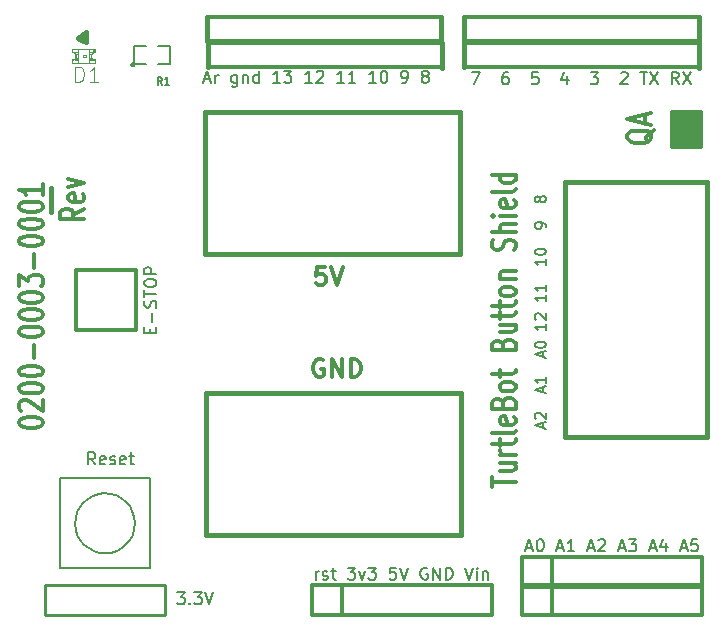
<source format=gto>
G04 (created by PCBNEW-RS274X (2011-nov-30)-testing) date Wed 06 Jun 2012 08:38:00 PM EDT*
%MOIN*%
G04 Gerber Fmt 3.4, Leading zero omitted, Abs format*
%FSLAX34Y34*%
G01*
G70*
G90*
G04 APERTURE LIST*
%ADD10C,0.006*%
%ADD11C,0.012*%
%ADD12C,0.015*%
%ADD13C,0.0026*%
%ADD14C,0.004*%
%ADD15C,0.002*%
%ADD16C,0.005*%
%ADD17C,0.01*%
%ADD18C,0.0035*%
%ADD19C,0.008*%
%ADD20C,0.0079*%
G04 APERTURE END LIST*
G54D10*
G54D11*
X16888Y16161D02*
X16850Y16104D01*
X16774Y16047D01*
X16659Y15961D01*
X16621Y15904D01*
X16621Y15847D01*
X16812Y15875D02*
X16774Y15818D01*
X16698Y15761D01*
X16545Y15732D01*
X16278Y15732D01*
X16126Y15761D01*
X16050Y15818D01*
X16012Y15875D01*
X16012Y15989D01*
X16050Y16047D01*
X16126Y16104D01*
X16278Y16132D01*
X16545Y16132D01*
X16698Y16104D01*
X16774Y16047D01*
X16812Y15989D01*
X16812Y15875D01*
X16583Y16361D02*
X16583Y16647D01*
X16812Y16304D02*
X16012Y16504D01*
X16812Y16704D01*
X11484Y4239D02*
X11484Y4582D01*
X12284Y4411D02*
X11484Y4411D01*
X11750Y5039D02*
X12284Y5039D01*
X11750Y4782D02*
X12170Y4782D01*
X12246Y4810D01*
X12284Y4868D01*
X12284Y4953D01*
X12246Y5010D01*
X12208Y5039D01*
X12284Y5325D02*
X11750Y5325D01*
X11903Y5325D02*
X11827Y5353D01*
X11789Y5382D01*
X11750Y5439D01*
X11750Y5496D01*
X11750Y5610D02*
X11750Y5839D01*
X11484Y5696D02*
X12170Y5696D01*
X12246Y5724D01*
X12284Y5782D01*
X12284Y5839D01*
X12284Y6125D02*
X12246Y6067D01*
X12170Y6039D01*
X11484Y6039D01*
X12246Y6581D02*
X12284Y6524D01*
X12284Y6410D01*
X12246Y6353D01*
X12170Y6324D01*
X11865Y6324D01*
X11789Y6353D01*
X11750Y6410D01*
X11750Y6524D01*
X11789Y6581D01*
X11865Y6610D01*
X11941Y6610D01*
X12017Y6324D01*
X11865Y7067D02*
X11903Y7153D01*
X11941Y7181D01*
X12017Y7210D01*
X12131Y7210D01*
X12208Y7181D01*
X12246Y7153D01*
X12284Y7095D01*
X12284Y6867D01*
X11484Y6867D01*
X11484Y7067D01*
X11522Y7124D01*
X11560Y7153D01*
X11636Y7181D01*
X11712Y7181D01*
X11789Y7153D01*
X11827Y7124D01*
X11865Y7067D01*
X11865Y6867D01*
X12284Y7553D02*
X12246Y7495D01*
X12208Y7467D01*
X12131Y7438D01*
X11903Y7438D01*
X11827Y7467D01*
X11789Y7495D01*
X11750Y7553D01*
X11750Y7638D01*
X11789Y7695D01*
X11827Y7724D01*
X11903Y7753D01*
X12131Y7753D01*
X12208Y7724D01*
X12246Y7695D01*
X12284Y7638D01*
X12284Y7553D01*
X11750Y7924D02*
X11750Y8153D01*
X11484Y8010D02*
X12170Y8010D01*
X12246Y8038D01*
X12284Y8096D01*
X12284Y8153D01*
X11865Y9010D02*
X11903Y9096D01*
X11941Y9124D01*
X12017Y9153D01*
X12131Y9153D01*
X12208Y9124D01*
X12246Y9096D01*
X12284Y9038D01*
X12284Y8810D01*
X11484Y8810D01*
X11484Y9010D01*
X11522Y9067D01*
X11560Y9096D01*
X11636Y9124D01*
X11712Y9124D01*
X11789Y9096D01*
X11827Y9067D01*
X11865Y9010D01*
X11865Y8810D01*
X11750Y9667D02*
X12284Y9667D01*
X11750Y9410D02*
X12170Y9410D01*
X12246Y9438D01*
X12284Y9496D01*
X12284Y9581D01*
X12246Y9638D01*
X12208Y9667D01*
X11750Y9867D02*
X11750Y10096D01*
X11484Y9953D02*
X12170Y9953D01*
X12246Y9981D01*
X12284Y10039D01*
X12284Y10096D01*
X11750Y10210D02*
X11750Y10439D01*
X11484Y10296D02*
X12170Y10296D01*
X12246Y10324D01*
X12284Y10382D01*
X12284Y10439D01*
X12284Y10725D02*
X12246Y10667D01*
X12208Y10639D01*
X12131Y10610D01*
X11903Y10610D01*
X11827Y10639D01*
X11789Y10667D01*
X11750Y10725D01*
X11750Y10810D01*
X11789Y10867D01*
X11827Y10896D01*
X11903Y10925D01*
X12131Y10925D01*
X12208Y10896D01*
X12246Y10867D01*
X12284Y10810D01*
X12284Y10725D01*
X11750Y11182D02*
X12284Y11182D01*
X11827Y11182D02*
X11789Y11210D01*
X11750Y11268D01*
X11750Y11353D01*
X11789Y11410D01*
X11865Y11439D01*
X12284Y11439D01*
X12246Y12153D02*
X12284Y12239D01*
X12284Y12382D01*
X12246Y12439D01*
X12208Y12468D01*
X12131Y12496D01*
X12055Y12496D01*
X11979Y12468D01*
X11941Y12439D01*
X11903Y12382D01*
X11865Y12268D01*
X11827Y12210D01*
X11789Y12182D01*
X11712Y12153D01*
X11636Y12153D01*
X11560Y12182D01*
X11522Y12210D01*
X11484Y12268D01*
X11484Y12410D01*
X11522Y12496D01*
X12284Y12753D02*
X11484Y12753D01*
X12284Y13010D02*
X11865Y13010D01*
X11789Y12981D01*
X11750Y12924D01*
X11750Y12839D01*
X11789Y12781D01*
X11827Y12753D01*
X12284Y13296D02*
X11750Y13296D01*
X11484Y13296D02*
X11522Y13267D01*
X11560Y13296D01*
X11522Y13324D01*
X11484Y13296D01*
X11560Y13296D01*
X12246Y13810D02*
X12284Y13753D01*
X12284Y13639D01*
X12246Y13582D01*
X12170Y13553D01*
X11865Y13553D01*
X11789Y13582D01*
X11750Y13639D01*
X11750Y13753D01*
X11789Y13810D01*
X11865Y13839D01*
X11941Y13839D01*
X12017Y13553D01*
X12284Y14182D02*
X12246Y14124D01*
X12170Y14096D01*
X11484Y14096D01*
X12284Y14667D02*
X11484Y14667D01*
X12246Y14667D02*
X12284Y14610D01*
X12284Y14496D01*
X12246Y14438D01*
X12208Y14410D01*
X12131Y14381D01*
X11903Y14381D01*
X11827Y14410D01*
X11789Y14438D01*
X11750Y14496D01*
X11750Y14610D01*
X11789Y14667D01*
X-2085Y13528D02*
X-2466Y13328D01*
X-2085Y13185D02*
X-2885Y13185D01*
X-2885Y13413D01*
X-2847Y13471D01*
X-2809Y13499D01*
X-2733Y13528D01*
X-2619Y13528D01*
X-2542Y13499D01*
X-2504Y13471D01*
X-2466Y13413D01*
X-2466Y13185D01*
X-2123Y14013D02*
X-2085Y13956D01*
X-2085Y13842D01*
X-2123Y13785D01*
X-2199Y13756D01*
X-2504Y13756D01*
X-2580Y13785D01*
X-2619Y13842D01*
X-2619Y13956D01*
X-2580Y14013D01*
X-2504Y14042D01*
X-2428Y14042D01*
X-2352Y13756D01*
X-2619Y14242D02*
X-2085Y14385D01*
X-2619Y14527D01*
G54D12*
X-3197Y13433D02*
X-3197Y14220D01*
G54D11*
X-4264Y6371D02*
X-4264Y6428D01*
X-4226Y6485D01*
X-4188Y6514D01*
X-4112Y6543D01*
X-3959Y6571D01*
X-3769Y6571D01*
X-3617Y6543D01*
X-3540Y6514D01*
X-3502Y6485D01*
X-3464Y6428D01*
X-3464Y6371D01*
X-3502Y6314D01*
X-3540Y6285D01*
X-3617Y6257D01*
X-3769Y6228D01*
X-3959Y6228D01*
X-4112Y6257D01*
X-4188Y6285D01*
X-4226Y6314D01*
X-4264Y6371D01*
X-4188Y6799D02*
X-4226Y6828D01*
X-4264Y6885D01*
X-4264Y7028D01*
X-4226Y7085D01*
X-4188Y7114D01*
X-4112Y7142D01*
X-4036Y7142D01*
X-3921Y7114D01*
X-3464Y6771D01*
X-3464Y7142D01*
X-4264Y7513D02*
X-4264Y7570D01*
X-4226Y7627D01*
X-4188Y7656D01*
X-4112Y7685D01*
X-3959Y7713D01*
X-3769Y7713D01*
X-3617Y7685D01*
X-3540Y7656D01*
X-3502Y7627D01*
X-3464Y7570D01*
X-3464Y7513D01*
X-3502Y7456D01*
X-3540Y7427D01*
X-3617Y7399D01*
X-3769Y7370D01*
X-3959Y7370D01*
X-4112Y7399D01*
X-4188Y7427D01*
X-4226Y7456D01*
X-4264Y7513D01*
X-4264Y8084D02*
X-4264Y8141D01*
X-4226Y8198D01*
X-4188Y8227D01*
X-4112Y8256D01*
X-3959Y8284D01*
X-3769Y8284D01*
X-3617Y8256D01*
X-3540Y8227D01*
X-3502Y8198D01*
X-3464Y8141D01*
X-3464Y8084D01*
X-3502Y8027D01*
X-3540Y7998D01*
X-3617Y7970D01*
X-3769Y7941D01*
X-3959Y7941D01*
X-4112Y7970D01*
X-4188Y7998D01*
X-4226Y8027D01*
X-4264Y8084D01*
X-3769Y8541D02*
X-3769Y8998D01*
X-4264Y9398D02*
X-4264Y9455D01*
X-4226Y9512D01*
X-4188Y9541D01*
X-4112Y9570D01*
X-3959Y9598D01*
X-3769Y9598D01*
X-3617Y9570D01*
X-3540Y9541D01*
X-3502Y9512D01*
X-3464Y9455D01*
X-3464Y9398D01*
X-3502Y9341D01*
X-3540Y9312D01*
X-3617Y9284D01*
X-3769Y9255D01*
X-3959Y9255D01*
X-4112Y9284D01*
X-4188Y9312D01*
X-4226Y9341D01*
X-4264Y9398D01*
X-4264Y9969D02*
X-4264Y10026D01*
X-4226Y10083D01*
X-4188Y10112D01*
X-4112Y10141D01*
X-3959Y10169D01*
X-3769Y10169D01*
X-3617Y10141D01*
X-3540Y10112D01*
X-3502Y10083D01*
X-3464Y10026D01*
X-3464Y9969D01*
X-3502Y9912D01*
X-3540Y9883D01*
X-3617Y9855D01*
X-3769Y9826D01*
X-3959Y9826D01*
X-4112Y9855D01*
X-4188Y9883D01*
X-4226Y9912D01*
X-4264Y9969D01*
X-4264Y10540D02*
X-4264Y10597D01*
X-4226Y10654D01*
X-4188Y10683D01*
X-4112Y10712D01*
X-3959Y10740D01*
X-3769Y10740D01*
X-3617Y10712D01*
X-3540Y10683D01*
X-3502Y10654D01*
X-3464Y10597D01*
X-3464Y10540D01*
X-3502Y10483D01*
X-3540Y10454D01*
X-3617Y10426D01*
X-3769Y10397D01*
X-3959Y10397D01*
X-4112Y10426D01*
X-4188Y10454D01*
X-4226Y10483D01*
X-4264Y10540D01*
X-4264Y10940D02*
X-4264Y11311D01*
X-3959Y11111D01*
X-3959Y11197D01*
X-3921Y11254D01*
X-3883Y11283D01*
X-3807Y11311D01*
X-3617Y11311D01*
X-3540Y11283D01*
X-3502Y11254D01*
X-3464Y11197D01*
X-3464Y11025D01*
X-3502Y10968D01*
X-3540Y10940D01*
X-3769Y11568D02*
X-3769Y12025D01*
X-4264Y12425D02*
X-4264Y12482D01*
X-4226Y12539D01*
X-4188Y12568D01*
X-4112Y12597D01*
X-3959Y12625D01*
X-3769Y12625D01*
X-3617Y12597D01*
X-3540Y12568D01*
X-3502Y12539D01*
X-3464Y12482D01*
X-3464Y12425D01*
X-3502Y12368D01*
X-3540Y12339D01*
X-3617Y12311D01*
X-3769Y12282D01*
X-3959Y12282D01*
X-4112Y12311D01*
X-4188Y12339D01*
X-4226Y12368D01*
X-4264Y12425D01*
X-4264Y12996D02*
X-4264Y13053D01*
X-4226Y13110D01*
X-4188Y13139D01*
X-4112Y13168D01*
X-3959Y13196D01*
X-3769Y13196D01*
X-3617Y13168D01*
X-3540Y13139D01*
X-3502Y13110D01*
X-3464Y13053D01*
X-3464Y12996D01*
X-3502Y12939D01*
X-3540Y12910D01*
X-3617Y12882D01*
X-3769Y12853D01*
X-3959Y12853D01*
X-4112Y12882D01*
X-4188Y12910D01*
X-4226Y12939D01*
X-4264Y12996D01*
X-4264Y13567D02*
X-4264Y13624D01*
X-4226Y13681D01*
X-4188Y13710D01*
X-4112Y13739D01*
X-3959Y13767D01*
X-3769Y13767D01*
X-3617Y13739D01*
X-3540Y13710D01*
X-3502Y13681D01*
X-3464Y13624D01*
X-3464Y13567D01*
X-3502Y13510D01*
X-3540Y13481D01*
X-3617Y13453D01*
X-3769Y13424D01*
X-3959Y13424D01*
X-4112Y13453D01*
X-4188Y13481D01*
X-4226Y13510D01*
X-4264Y13567D01*
X-3464Y14338D02*
X-3464Y13995D01*
X-3464Y14167D02*
X-4264Y14167D01*
X-4150Y14110D01*
X-4074Y14052D01*
X-4036Y13995D01*
G54D12*
X-2317Y19211D02*
X-2041Y19407D01*
X-2041Y19407D02*
X-2041Y19092D01*
X-2041Y19092D02*
X-2277Y19171D01*
X-2277Y19171D02*
X-2159Y19211D01*
G54D13*
X-1924Y18502D02*
X-1924Y18374D01*
X-1924Y18374D02*
X-1727Y18374D01*
X-1727Y18502D02*
X-1727Y18374D01*
X-1924Y18502D02*
X-1727Y18502D01*
X-1924Y18747D02*
X-1924Y18688D01*
X-1924Y18688D02*
X-1825Y18688D01*
X-1825Y18747D02*
X-1825Y18688D01*
X-1924Y18747D02*
X-1825Y18747D01*
X-1924Y18552D02*
X-1924Y18493D01*
X-1924Y18493D02*
X-1825Y18493D01*
X-1825Y18552D02*
X-1825Y18493D01*
X-1924Y18552D02*
X-1825Y18552D01*
X-1924Y18698D02*
X-1924Y18542D01*
X-1924Y18542D02*
X-1855Y18542D01*
X-1855Y18698D02*
X-1855Y18542D01*
X-1924Y18698D02*
X-1855Y18698D01*
X-2513Y18502D02*
X-2513Y18374D01*
X-2513Y18374D02*
X-2316Y18374D01*
X-2316Y18502D02*
X-2316Y18374D01*
X-2513Y18502D02*
X-2316Y18502D01*
X-2513Y18866D02*
X-2513Y18738D01*
X-2513Y18738D02*
X-2316Y18738D01*
X-2316Y18866D02*
X-2316Y18738D01*
X-2513Y18866D02*
X-2316Y18866D01*
X-2415Y18552D02*
X-2415Y18493D01*
X-2415Y18493D02*
X-2316Y18493D01*
X-2316Y18552D02*
X-2316Y18493D01*
X-2415Y18552D02*
X-2316Y18552D01*
X-2415Y18747D02*
X-2415Y18688D01*
X-2415Y18688D02*
X-2316Y18688D01*
X-2316Y18747D02*
X-2316Y18688D01*
X-2415Y18747D02*
X-2316Y18747D01*
X-2385Y18698D02*
X-2385Y18542D01*
X-2385Y18542D02*
X-2316Y18542D01*
X-2316Y18698D02*
X-2316Y18542D01*
X-2385Y18698D02*
X-2316Y18698D01*
X-2120Y18659D02*
X-2120Y18581D01*
X-2120Y18581D02*
X-2042Y18581D01*
X-2042Y18659D02*
X-2042Y18581D01*
X-2120Y18659D02*
X-2042Y18659D01*
X-1924Y18856D02*
X-1924Y18738D01*
X-1924Y18738D02*
X-1806Y18738D01*
X-1806Y18856D02*
X-1806Y18738D01*
X-1924Y18856D02*
X-1806Y18856D01*
X-1756Y18866D02*
X-1756Y18777D01*
X-1756Y18777D02*
X-1727Y18777D01*
X-1727Y18866D02*
X-1727Y18777D01*
X-1756Y18866D02*
X-1727Y18866D01*
G54D14*
X-1914Y18394D02*
X-2326Y18394D01*
X-2316Y18846D02*
X-1756Y18846D01*
G54D15*
X-1758Y18797D02*
X-1759Y18792D01*
X-1761Y18787D01*
X-1763Y18782D01*
X-1767Y18778D01*
X-1771Y18774D01*
X-1776Y18772D01*
X-1781Y18770D01*
X-1786Y18770D01*
X-1791Y18770D01*
X-1796Y18772D01*
X-1801Y18774D01*
X-1805Y18777D01*
X-1809Y18782D01*
X-1811Y18786D01*
X-1813Y18792D01*
X-1813Y18797D01*
X-1813Y18802D01*
X-1812Y18807D01*
X-1809Y18812D01*
X-1806Y18816D01*
X-1801Y18819D01*
X-1797Y18822D01*
X-1792Y18824D01*
X-1786Y18824D01*
X-1782Y18824D01*
X-1776Y18823D01*
X-1771Y18820D01*
X-1767Y18817D01*
X-1764Y18813D01*
X-1761Y18808D01*
X-1759Y18803D01*
X-1759Y18797D01*
X-1758Y18797D01*
G54D14*
X-1727Y18757D02*
X-1738Y18756D01*
X-1750Y18754D01*
X-1762Y18752D01*
X-1773Y18748D01*
X-1784Y18744D01*
X-1795Y18738D01*
X-1805Y18732D01*
X-1815Y18724D01*
X-1823Y18716D01*
X-1831Y18708D01*
X-1839Y18698D01*
X-1845Y18688D01*
X-1851Y18677D01*
X-1855Y18666D01*
X-1859Y18655D01*
X-1861Y18643D01*
X-1863Y18631D01*
X-1864Y18620D01*
X-1863Y18609D01*
X-1861Y18597D01*
X-1859Y18585D01*
X-1855Y18574D01*
X-1851Y18563D01*
X-1845Y18552D01*
X-1839Y18542D01*
X-1831Y18532D01*
X-1823Y18524D01*
X-1815Y18516D01*
X-1805Y18508D01*
X-1795Y18502D01*
X-1784Y18496D01*
X-1773Y18492D01*
X-1762Y18488D01*
X-1750Y18486D01*
X-1738Y18484D01*
X-1727Y18483D01*
X-2513Y18483D02*
X-2502Y18484D01*
X-2490Y18486D01*
X-2478Y18488D01*
X-2467Y18492D01*
X-2456Y18496D01*
X-2445Y18502D01*
X-2435Y18508D01*
X-2425Y18516D01*
X-2417Y18524D01*
X-2409Y18532D01*
X-2401Y18542D01*
X-2395Y18552D01*
X-2389Y18563D01*
X-2385Y18574D01*
X-2381Y18585D01*
X-2379Y18597D01*
X-2377Y18609D01*
X-2376Y18620D01*
X-2377Y18631D01*
X-2379Y18643D01*
X-2381Y18655D01*
X-2385Y18666D01*
X-2389Y18677D01*
X-2395Y18688D01*
X-2401Y18698D01*
X-2409Y18708D01*
X-2417Y18716D01*
X-2425Y18724D01*
X-2435Y18732D01*
X-2445Y18738D01*
X-2456Y18744D01*
X-2467Y18748D01*
X-2478Y18752D01*
X-2490Y18754D01*
X-2502Y18756D01*
X-2513Y18757D01*
G54D11*
X5496Y-20D02*
X5496Y980D01*
X5496Y980D02*
X11496Y980D01*
X11496Y980D02*
X11496Y-20D01*
X11496Y-20D02*
X5496Y-20D01*
X6496Y-20D02*
X6496Y980D01*
X-380Y11480D02*
X-380Y9480D01*
X-380Y9480D02*
X-2380Y9480D01*
X-2380Y9480D02*
X-2380Y11480D01*
X-2380Y11480D02*
X-380Y11480D01*
G54D16*
X-420Y18340D02*
X-421Y18331D01*
X-424Y18321D01*
X-429Y18313D01*
X-435Y18305D01*
X-443Y18299D01*
X-451Y18294D01*
X-460Y18292D01*
X-470Y18291D01*
X-479Y18291D01*
X-488Y18294D01*
X-497Y18299D01*
X-504Y18305D01*
X-511Y18312D01*
X-515Y18321D01*
X-518Y18330D01*
X-519Y18340D01*
X-519Y18349D01*
X-516Y18358D01*
X-512Y18367D01*
X-505Y18374D01*
X-498Y18381D01*
X-490Y18385D01*
X-480Y18388D01*
X-471Y18389D01*
X-462Y18389D01*
X-452Y18386D01*
X-444Y18382D01*
X-436Y18376D01*
X-430Y18368D01*
X-425Y18360D01*
X-422Y18351D01*
X-421Y18341D01*
X-420Y18340D01*
X-20Y18340D02*
X-420Y18340D01*
X-420Y18340D02*
X-420Y18940D01*
X-420Y18940D02*
X-20Y18940D01*
X380Y18940D02*
X780Y18940D01*
X780Y18940D02*
X780Y18340D01*
X780Y18340D02*
X380Y18340D01*
X-400Y3040D02*
X-420Y2846D01*
X-476Y2659D01*
X-568Y2487D01*
X-691Y2336D01*
X-841Y2211D01*
X-1013Y2119D01*
X-1199Y2061D01*
X-1394Y2041D01*
X-1587Y2058D01*
X-1774Y2113D01*
X-1947Y2204D01*
X-2099Y2326D01*
X-2225Y2476D01*
X-2319Y2647D01*
X-2378Y2833D01*
X-2399Y3027D01*
X-2383Y3220D01*
X-2329Y3408D01*
X-2240Y3581D01*
X-2119Y3734D01*
X-1970Y3861D01*
X-1800Y3956D01*
X-1614Y4016D01*
X-1420Y4039D01*
X-1227Y4024D01*
X-1039Y3972D01*
X-865Y3884D01*
X-711Y3764D01*
X-583Y3616D01*
X-487Y3446D01*
X-425Y3261D01*
X-401Y3067D01*
X-400Y3040D01*
X100Y1540D02*
X-2900Y1540D01*
X-2900Y1540D02*
X-2900Y4540D01*
X-2900Y4540D02*
X100Y4540D01*
X100Y1540D02*
X100Y4540D01*
G54D12*
X9837Y18234D02*
X9837Y19042D01*
X2022Y18254D02*
X2022Y19042D01*
G54D11*
X2020Y19056D02*
X9820Y19056D01*
X9820Y18240D02*
X2020Y18240D01*
G54D12*
X18397Y19103D02*
X18397Y19911D01*
X10582Y19123D02*
X10582Y19911D01*
G54D11*
X10580Y19925D02*
X18380Y19925D01*
X18380Y19109D02*
X10580Y19109D01*
G54D12*
X18387Y18234D02*
X18387Y19042D01*
X10572Y18254D02*
X10572Y19042D01*
G54D11*
X10570Y19056D02*
X18370Y19056D01*
X18370Y18240D02*
X10570Y18240D01*
G54D12*
X9815Y19102D02*
X9815Y19910D01*
X2000Y19122D02*
X2000Y19910D01*
G54D11*
X1998Y19924D02*
X9798Y19924D01*
X9798Y19108D02*
X1998Y19108D01*
X12504Y-20D02*
X12504Y980D01*
X12504Y980D02*
X18504Y980D01*
X18504Y980D02*
X18504Y-20D01*
X18504Y-20D02*
X12504Y-20D01*
X13504Y-20D02*
X13504Y980D01*
X12504Y925D02*
X12504Y1925D01*
X12504Y1925D02*
X18504Y1925D01*
X18504Y1925D02*
X18504Y925D01*
X18504Y925D02*
X12504Y925D01*
X13504Y925D02*
X13504Y1925D01*
G54D17*
X-3400Y1000D02*
X600Y1000D01*
X-3400Y0D02*
X600Y0D01*
X600Y0D02*
X600Y1000D01*
X-3400Y1000D02*
X-3400Y0D01*
G54D12*
X13929Y14417D02*
X13929Y5914D01*
X13929Y5913D02*
X18653Y5913D01*
X18653Y5914D02*
X18653Y14417D01*
X18653Y14417D02*
X13929Y14417D01*
X10462Y7372D02*
X1959Y7372D01*
X1958Y7372D02*
X1958Y2648D01*
X1959Y2648D02*
X10462Y2648D01*
X10462Y2648D02*
X10462Y7372D01*
X1922Y12015D02*
X10425Y12015D01*
X10426Y12015D02*
X10426Y16739D01*
X10425Y16739D02*
X1922Y16739D01*
X1922Y16739D02*
X1922Y12015D01*
G54D18*
X-2385Y17759D02*
X-2385Y18259D01*
X-2266Y18259D01*
X-2194Y18235D01*
X-2147Y18187D01*
X-2123Y18140D01*
X-2099Y18044D01*
X-2099Y17973D01*
X-2123Y17878D01*
X-2147Y17830D01*
X-2194Y17782D01*
X-2266Y17759D01*
X-2385Y17759D01*
X-1623Y17759D02*
X-1909Y17759D01*
X-1766Y17759D02*
X-1766Y18259D01*
X-1814Y18187D01*
X-1861Y18140D01*
X-1909Y18116D01*
G54D19*
X5628Y1168D02*
X5628Y1435D01*
X5628Y1359D02*
X5647Y1397D01*
X5666Y1416D01*
X5704Y1435D01*
X5743Y1435D01*
X5857Y1187D02*
X5895Y1168D01*
X5971Y1168D01*
X6010Y1187D01*
X6029Y1225D01*
X6029Y1244D01*
X6010Y1282D01*
X5971Y1301D01*
X5914Y1301D01*
X5876Y1320D01*
X5857Y1359D01*
X5857Y1378D01*
X5876Y1416D01*
X5914Y1435D01*
X5971Y1435D01*
X6010Y1416D01*
X6143Y1435D02*
X6295Y1435D01*
X6200Y1568D02*
X6200Y1225D01*
X6219Y1187D01*
X6257Y1168D01*
X6295Y1168D01*
X6696Y1568D02*
X6944Y1568D01*
X6810Y1416D01*
X6868Y1416D01*
X6906Y1397D01*
X6925Y1378D01*
X6944Y1340D01*
X6944Y1244D01*
X6925Y1206D01*
X6906Y1187D01*
X6868Y1168D01*
X6753Y1168D01*
X6715Y1187D01*
X6696Y1206D01*
X7077Y1435D02*
X7172Y1168D01*
X7268Y1435D01*
X7382Y1568D02*
X7630Y1568D01*
X7496Y1416D01*
X7554Y1416D01*
X7592Y1397D01*
X7611Y1378D01*
X7630Y1340D01*
X7630Y1244D01*
X7611Y1206D01*
X7592Y1187D01*
X7554Y1168D01*
X7439Y1168D01*
X7401Y1187D01*
X7382Y1206D01*
X8297Y1568D02*
X8106Y1568D01*
X8087Y1378D01*
X8106Y1397D01*
X8144Y1416D01*
X8240Y1416D01*
X8278Y1397D01*
X8297Y1378D01*
X8316Y1340D01*
X8316Y1244D01*
X8297Y1206D01*
X8278Y1187D01*
X8240Y1168D01*
X8144Y1168D01*
X8106Y1187D01*
X8087Y1206D01*
X8430Y1568D02*
X8563Y1168D01*
X8697Y1568D01*
X9345Y1549D02*
X9307Y1568D01*
X9250Y1568D01*
X9192Y1549D01*
X9154Y1511D01*
X9135Y1473D01*
X9116Y1397D01*
X9116Y1340D01*
X9135Y1263D01*
X9154Y1225D01*
X9192Y1187D01*
X9250Y1168D01*
X9288Y1168D01*
X9345Y1187D01*
X9364Y1206D01*
X9364Y1340D01*
X9288Y1340D01*
X9535Y1168D02*
X9535Y1568D01*
X9764Y1168D01*
X9764Y1568D01*
X9954Y1168D02*
X9954Y1568D01*
X10049Y1568D01*
X10107Y1549D01*
X10145Y1511D01*
X10164Y1473D01*
X10183Y1397D01*
X10183Y1340D01*
X10164Y1263D01*
X10145Y1225D01*
X10107Y1187D01*
X10049Y1168D01*
X9954Y1168D01*
X10602Y1568D02*
X10735Y1168D01*
X10869Y1568D01*
X11002Y1168D02*
X11002Y1435D01*
X11002Y1568D02*
X10983Y1549D01*
X11002Y1530D01*
X11021Y1549D01*
X11002Y1568D01*
X11002Y1530D01*
X11192Y1435D02*
X11192Y1168D01*
X11192Y1397D02*
X11211Y1416D01*
X11249Y1435D01*
X11307Y1435D01*
X11345Y1416D01*
X11364Y1378D01*
X11364Y1168D01*
X102Y9394D02*
X102Y9528D01*
X312Y9585D02*
X312Y9394D01*
X-88Y9394D01*
X-88Y9585D01*
X160Y9756D02*
X160Y10061D01*
X293Y10232D02*
X312Y10289D01*
X312Y10385D01*
X293Y10423D01*
X274Y10442D01*
X236Y10461D01*
X198Y10461D01*
X160Y10442D01*
X140Y10423D01*
X121Y10385D01*
X102Y10308D01*
X83Y10270D01*
X64Y10251D01*
X26Y10232D01*
X-12Y10232D01*
X-50Y10251D01*
X-69Y10270D01*
X-88Y10308D01*
X-88Y10404D01*
X-69Y10461D01*
X-88Y10575D02*
X-88Y10804D01*
X312Y10689D02*
X-88Y10689D01*
X-88Y11013D02*
X-88Y11090D01*
X-69Y11128D01*
X-31Y11166D01*
X45Y11185D01*
X179Y11185D01*
X255Y11166D01*
X293Y11128D01*
X312Y11090D01*
X312Y11013D01*
X293Y10975D01*
X255Y10937D01*
X179Y10918D01*
X45Y10918D01*
X-31Y10937D01*
X-69Y10975D01*
X-88Y11013D01*
X312Y11356D02*
X-88Y11356D01*
X-88Y11509D01*
X-69Y11547D01*
X-50Y11566D01*
X-12Y11585D01*
X45Y11585D01*
X83Y11566D01*
X102Y11547D01*
X121Y11509D01*
X121Y11356D01*
G54D16*
X501Y17663D02*
X418Y17782D01*
X359Y17663D02*
X359Y17913D01*
X454Y17913D01*
X478Y17901D01*
X489Y17889D01*
X501Y17865D01*
X501Y17829D01*
X489Y17806D01*
X478Y17794D01*
X454Y17782D01*
X359Y17782D01*
X739Y17663D02*
X597Y17663D01*
X668Y17663D02*
X668Y17913D01*
X644Y17877D01*
X620Y17853D01*
X597Y17841D01*
G54D20*
X-1723Y5003D02*
X-1857Y5194D01*
X-1952Y5003D02*
X-1952Y5403D01*
X-1799Y5403D01*
X-1761Y5384D01*
X-1742Y5365D01*
X-1723Y5327D01*
X-1723Y5270D01*
X-1742Y5232D01*
X-1761Y5213D01*
X-1799Y5194D01*
X-1952Y5194D01*
X-1399Y5022D02*
X-1437Y5003D01*
X-1514Y5003D01*
X-1552Y5022D01*
X-1571Y5060D01*
X-1571Y5213D01*
X-1552Y5251D01*
X-1514Y5270D01*
X-1437Y5270D01*
X-1399Y5251D01*
X-1380Y5213D01*
X-1380Y5175D01*
X-1571Y5136D01*
X-1228Y5022D02*
X-1190Y5003D01*
X-1114Y5003D01*
X-1075Y5022D01*
X-1056Y5060D01*
X-1056Y5079D01*
X-1075Y5117D01*
X-1114Y5136D01*
X-1171Y5136D01*
X-1209Y5155D01*
X-1228Y5194D01*
X-1228Y5213D01*
X-1209Y5251D01*
X-1171Y5270D01*
X-1114Y5270D01*
X-1075Y5251D01*
X-732Y5022D02*
X-770Y5003D01*
X-847Y5003D01*
X-885Y5022D01*
X-904Y5060D01*
X-904Y5213D01*
X-885Y5251D01*
X-847Y5270D01*
X-770Y5270D01*
X-732Y5251D01*
X-713Y5213D01*
X-713Y5175D01*
X-904Y5136D01*
X-599Y5270D02*
X-447Y5270D01*
X-542Y5403D02*
X-542Y5060D01*
X-523Y5022D01*
X-485Y5003D01*
X-447Y5003D01*
G54D19*
X1917Y17838D02*
X2108Y17838D01*
X1879Y17724D02*
X2012Y18124D01*
X2146Y17724D01*
X2279Y17724D02*
X2279Y17991D01*
X2279Y17915D02*
X2298Y17953D01*
X2317Y17972D01*
X2355Y17991D01*
X2394Y17991D01*
X3004Y17991D02*
X3004Y17667D01*
X2985Y17629D01*
X2966Y17610D01*
X2927Y17591D01*
X2870Y17591D01*
X2832Y17610D01*
X3004Y17743D02*
X2966Y17724D01*
X2889Y17724D01*
X2851Y17743D01*
X2832Y17762D01*
X2813Y17800D01*
X2813Y17915D01*
X2832Y17953D01*
X2851Y17972D01*
X2889Y17991D01*
X2966Y17991D01*
X3004Y17972D01*
X3194Y17991D02*
X3194Y17724D01*
X3194Y17953D02*
X3213Y17972D01*
X3251Y17991D01*
X3309Y17991D01*
X3347Y17972D01*
X3366Y17934D01*
X3366Y17724D01*
X3728Y17724D02*
X3728Y18124D01*
X3728Y17743D02*
X3690Y17724D01*
X3613Y17724D01*
X3575Y17743D01*
X3556Y17762D01*
X3537Y17800D01*
X3537Y17915D01*
X3556Y17953D01*
X3575Y17972D01*
X3613Y17991D01*
X3690Y17991D01*
X3728Y17972D01*
X4433Y17724D02*
X4204Y17724D01*
X4318Y17724D02*
X4318Y18124D01*
X4280Y18067D01*
X4242Y18029D01*
X4204Y18010D01*
X4566Y18124D02*
X4814Y18124D01*
X4680Y17972D01*
X4738Y17972D01*
X4776Y17953D01*
X4795Y17934D01*
X4814Y17896D01*
X4814Y17800D01*
X4795Y17762D01*
X4776Y17743D01*
X4738Y17724D01*
X4623Y17724D01*
X4585Y17743D01*
X4566Y17762D01*
X5500Y17724D02*
X5271Y17724D01*
X5385Y17724D02*
X5385Y18124D01*
X5347Y18067D01*
X5309Y18029D01*
X5271Y18010D01*
X5652Y18086D02*
X5671Y18105D01*
X5709Y18124D01*
X5805Y18124D01*
X5843Y18105D01*
X5862Y18086D01*
X5881Y18048D01*
X5881Y18010D01*
X5862Y17953D01*
X5633Y17724D01*
X5881Y17724D01*
X6567Y17724D02*
X6338Y17724D01*
X6452Y17724D02*
X6452Y18124D01*
X6414Y18067D01*
X6376Y18029D01*
X6338Y18010D01*
X6948Y17724D02*
X6719Y17724D01*
X6833Y17724D02*
X6833Y18124D01*
X6795Y18067D01*
X6757Y18029D01*
X6719Y18010D01*
X7634Y17724D02*
X7405Y17724D01*
X7519Y17724D02*
X7519Y18124D01*
X7481Y18067D01*
X7443Y18029D01*
X7405Y18010D01*
X7881Y18124D02*
X7920Y18124D01*
X7958Y18105D01*
X7977Y18086D01*
X7996Y18048D01*
X8015Y17972D01*
X8015Y17876D01*
X7996Y17800D01*
X7977Y17762D01*
X7958Y17743D01*
X7920Y17724D01*
X7881Y17724D01*
X7843Y17743D01*
X7824Y17762D01*
X7805Y17800D01*
X7786Y17876D01*
X7786Y17972D01*
X7805Y18048D01*
X7824Y18086D01*
X7843Y18105D01*
X7881Y18124D01*
X8510Y17724D02*
X8586Y17724D01*
X8625Y17743D01*
X8644Y17762D01*
X8682Y17819D01*
X8701Y17896D01*
X8701Y18048D01*
X8682Y18086D01*
X8663Y18105D01*
X8625Y18124D01*
X8548Y18124D01*
X8510Y18105D01*
X8491Y18086D01*
X8472Y18048D01*
X8472Y17953D01*
X8491Y17915D01*
X8510Y17896D01*
X8548Y17876D01*
X8625Y17876D01*
X8663Y17896D01*
X8682Y17915D01*
X8701Y17953D01*
X9234Y17953D02*
X9196Y17972D01*
X9177Y17991D01*
X9158Y18029D01*
X9158Y18048D01*
X9177Y18086D01*
X9196Y18105D01*
X9234Y18124D01*
X9311Y18124D01*
X9349Y18105D01*
X9368Y18086D01*
X9387Y18048D01*
X9387Y18029D01*
X9368Y17991D01*
X9349Y17972D01*
X9311Y17953D01*
X9234Y17953D01*
X9196Y17934D01*
X9177Y17915D01*
X9158Y17876D01*
X9158Y17800D01*
X9177Y17762D01*
X9196Y17743D01*
X9234Y17724D01*
X9311Y17724D01*
X9349Y17743D01*
X9368Y17762D01*
X9387Y17800D01*
X9387Y17876D01*
X9368Y17915D01*
X9349Y17934D01*
X9311Y17953D01*
X10821Y18078D02*
X11088Y18078D01*
X10916Y17678D01*
X12022Y18078D02*
X11945Y18078D01*
X11907Y18059D01*
X11888Y18040D01*
X11850Y17983D01*
X11831Y17907D01*
X11831Y17754D01*
X11850Y17716D01*
X11869Y17697D01*
X11907Y17678D01*
X11984Y17678D01*
X12022Y17697D01*
X12041Y17716D01*
X12060Y17754D01*
X12060Y17850D01*
X12041Y17888D01*
X12022Y17907D01*
X11984Y17926D01*
X11907Y17926D01*
X11869Y17907D01*
X11850Y17888D01*
X11831Y17850D01*
X13032Y18078D02*
X12841Y18078D01*
X12822Y17888D01*
X12841Y17907D01*
X12879Y17926D01*
X12975Y17926D01*
X13013Y17907D01*
X13032Y17888D01*
X13051Y17850D01*
X13051Y17754D01*
X13032Y17716D01*
X13013Y17697D01*
X12975Y17678D01*
X12879Y17678D01*
X12841Y17697D01*
X12822Y17716D01*
X14004Y17945D02*
X14004Y17678D01*
X13908Y18097D02*
X13813Y17811D01*
X14061Y17811D01*
X14785Y18078D02*
X15033Y18078D01*
X14899Y17926D01*
X14957Y17926D01*
X14995Y17907D01*
X15014Y17888D01*
X15033Y17850D01*
X15033Y17754D01*
X15014Y17716D01*
X14995Y17697D01*
X14957Y17678D01*
X14842Y17678D01*
X14804Y17697D01*
X14785Y17716D01*
X15795Y18040D02*
X15814Y18059D01*
X15852Y18078D01*
X15948Y18078D01*
X15986Y18059D01*
X16005Y18040D01*
X16024Y18002D01*
X16024Y17964D01*
X16005Y17907D01*
X15776Y17678D01*
X16024Y17678D01*
X16443Y18078D02*
X16672Y18078D01*
X16557Y17678D02*
X16557Y18078D01*
X16767Y18078D02*
X17034Y17678D01*
X17034Y18078D02*
X16767Y17678D01*
X17720Y17678D02*
X17586Y17869D01*
X17491Y17678D02*
X17491Y18078D01*
X17644Y18078D01*
X17682Y18059D01*
X17701Y18040D01*
X17720Y18002D01*
X17720Y17945D01*
X17701Y17907D01*
X17682Y17888D01*
X17644Y17869D01*
X17491Y17869D01*
X17853Y18078D02*
X18120Y17678D01*
X18120Y18078D02*
X17853Y17678D01*
X12646Y2227D02*
X12837Y2227D01*
X12608Y2113D02*
X12741Y2513D01*
X12875Y2113D01*
X13084Y2513D02*
X13123Y2513D01*
X13161Y2494D01*
X13180Y2475D01*
X13199Y2437D01*
X13218Y2361D01*
X13218Y2265D01*
X13199Y2189D01*
X13180Y2151D01*
X13161Y2132D01*
X13123Y2113D01*
X13084Y2113D01*
X13046Y2132D01*
X13027Y2151D01*
X13008Y2189D01*
X12989Y2265D01*
X12989Y2361D01*
X13008Y2437D01*
X13027Y2475D01*
X13046Y2494D01*
X13084Y2513D01*
X13675Y2227D02*
X13866Y2227D01*
X13637Y2113D02*
X13770Y2513D01*
X13904Y2113D01*
X14247Y2113D02*
X14018Y2113D01*
X14132Y2113D02*
X14132Y2513D01*
X14094Y2456D01*
X14056Y2418D01*
X14018Y2399D01*
X14704Y2227D02*
X14895Y2227D01*
X14666Y2113D02*
X14799Y2513D01*
X14933Y2113D01*
X15047Y2475D02*
X15066Y2494D01*
X15104Y2513D01*
X15200Y2513D01*
X15238Y2494D01*
X15257Y2475D01*
X15276Y2437D01*
X15276Y2399D01*
X15257Y2342D01*
X15028Y2113D01*
X15276Y2113D01*
X15733Y2227D02*
X15924Y2227D01*
X15695Y2113D02*
X15828Y2513D01*
X15962Y2113D01*
X16057Y2513D02*
X16305Y2513D01*
X16171Y2361D01*
X16229Y2361D01*
X16267Y2342D01*
X16286Y2323D01*
X16305Y2285D01*
X16305Y2189D01*
X16286Y2151D01*
X16267Y2132D01*
X16229Y2113D01*
X16114Y2113D01*
X16076Y2132D01*
X16057Y2151D01*
X16762Y2227D02*
X16953Y2227D01*
X16724Y2113D02*
X16857Y2513D01*
X16991Y2113D01*
X17296Y2380D02*
X17296Y2113D01*
X17200Y2532D02*
X17105Y2246D01*
X17353Y2246D01*
X17791Y2227D02*
X17982Y2227D01*
X17753Y2113D02*
X17886Y2513D01*
X18020Y2113D01*
X18344Y2513D02*
X18153Y2513D01*
X18134Y2323D01*
X18153Y2342D01*
X18191Y2361D01*
X18287Y2361D01*
X18325Y2342D01*
X18344Y2323D01*
X18363Y2285D01*
X18363Y2189D01*
X18344Y2151D01*
X18325Y2132D01*
X18287Y2113D01*
X18191Y2113D01*
X18153Y2132D01*
X18134Y2151D01*
X1010Y738D02*
X1258Y738D01*
X1124Y586D01*
X1182Y586D01*
X1220Y567D01*
X1239Y548D01*
X1258Y510D01*
X1258Y414D01*
X1239Y376D01*
X1220Y357D01*
X1182Y338D01*
X1067Y338D01*
X1029Y357D01*
X1010Y376D01*
X1429Y376D02*
X1448Y357D01*
X1429Y338D01*
X1410Y357D01*
X1429Y376D01*
X1429Y338D01*
X1581Y738D02*
X1829Y738D01*
X1695Y586D01*
X1753Y586D01*
X1791Y567D01*
X1810Y548D01*
X1829Y510D01*
X1829Y414D01*
X1810Y376D01*
X1791Y357D01*
X1753Y338D01*
X1638Y338D01*
X1600Y357D01*
X1581Y376D01*
X1943Y738D02*
X2076Y338D01*
X2210Y738D01*
G54D20*
X13184Y6226D02*
X13184Y6395D01*
X13285Y6193D02*
X12931Y6311D01*
X13285Y6429D01*
X12965Y6529D02*
X12948Y6546D01*
X12931Y6580D01*
X12931Y6664D01*
X12948Y6698D01*
X12965Y6715D01*
X12999Y6732D01*
X13032Y6732D01*
X13083Y6715D01*
X13285Y6513D01*
X13285Y6732D01*
X13184Y7406D02*
X13184Y7575D01*
X13285Y7373D02*
X12931Y7491D01*
X13285Y7609D01*
X13285Y7912D02*
X13285Y7709D01*
X13285Y7811D02*
X12931Y7811D01*
X12982Y7777D01*
X13016Y7743D01*
X13032Y7709D01*
X13184Y8586D02*
X13184Y8755D01*
X13285Y8553D02*
X12931Y8671D01*
X13285Y8789D01*
X12931Y8974D02*
X12931Y9007D01*
X12948Y9041D01*
X12965Y9058D01*
X12999Y9075D01*
X13066Y9092D01*
X13150Y9092D01*
X13218Y9075D01*
X13252Y9058D01*
X13268Y9041D01*
X13285Y9007D01*
X13285Y8974D01*
X13268Y8940D01*
X13252Y8923D01*
X13218Y8906D01*
X13150Y8889D01*
X13066Y8889D01*
X12999Y8906D01*
X12965Y8923D01*
X12948Y8940D01*
X12931Y8974D01*
X13285Y9699D02*
X13285Y9496D01*
X13285Y9598D02*
X12931Y9598D01*
X12982Y9564D01*
X13016Y9530D01*
X13032Y9496D01*
X12965Y9833D02*
X12948Y9850D01*
X12931Y9884D01*
X12931Y9968D01*
X12948Y10002D01*
X12965Y10019D01*
X12999Y10036D01*
X13032Y10036D01*
X13083Y10019D01*
X13285Y9817D01*
X13285Y10036D01*
X13285Y10643D02*
X13285Y10440D01*
X13285Y10542D02*
X12931Y10542D01*
X12982Y10508D01*
X13016Y10474D01*
X13032Y10440D01*
X13285Y10980D02*
X13285Y10777D01*
X13285Y10879D02*
X12931Y10879D01*
X12982Y10845D01*
X13016Y10811D01*
X13032Y10777D01*
X13285Y11857D02*
X13285Y11654D01*
X13285Y11756D02*
X12931Y11756D01*
X12982Y11722D01*
X13016Y11688D01*
X13032Y11654D01*
X12931Y12076D02*
X12931Y12109D01*
X12948Y12143D01*
X12965Y12160D01*
X12999Y12177D01*
X13066Y12194D01*
X13150Y12194D01*
X13218Y12177D01*
X13252Y12160D01*
X13268Y12143D01*
X13285Y12109D01*
X13285Y12076D01*
X13268Y12042D01*
X13252Y12025D01*
X13218Y12008D01*
X13150Y11991D01*
X13066Y11991D01*
X12999Y12008D01*
X12965Y12025D01*
X12948Y12042D01*
X12931Y12076D01*
X13285Y12902D02*
X13285Y12970D01*
X13268Y13003D01*
X13252Y13020D01*
X13201Y13054D01*
X13134Y13071D01*
X12999Y13071D01*
X12965Y13054D01*
X12948Y13037D01*
X12931Y13003D01*
X12931Y12936D01*
X12948Y12902D01*
X12965Y12885D01*
X12999Y12868D01*
X13083Y12868D01*
X13117Y12885D01*
X13134Y12902D01*
X13150Y12936D01*
X13150Y13003D01*
X13134Y13037D01*
X13117Y13054D01*
X13083Y13071D01*
X13083Y13813D02*
X13066Y13779D01*
X13049Y13762D01*
X13016Y13745D01*
X12999Y13745D01*
X12965Y13762D01*
X12948Y13779D01*
X12931Y13813D01*
X12931Y13880D01*
X12948Y13914D01*
X12965Y13931D01*
X12999Y13948D01*
X13016Y13948D01*
X13049Y13931D01*
X13066Y13914D01*
X13083Y13880D01*
X13083Y13813D01*
X13100Y13779D01*
X13117Y13762D01*
X13150Y13745D01*
X13218Y13745D01*
X13252Y13762D01*
X13268Y13779D01*
X13285Y13813D01*
X13285Y13880D01*
X13268Y13914D01*
X13252Y13931D01*
X13218Y13948D01*
X13150Y13948D01*
X13117Y13931D01*
X13100Y13914D01*
X13083Y13880D01*
G54D11*
X5872Y8488D02*
X5815Y8516D01*
X5729Y8516D01*
X5644Y8488D01*
X5586Y8430D01*
X5558Y8373D01*
X5529Y8259D01*
X5529Y8173D01*
X5558Y8059D01*
X5586Y8002D01*
X5644Y7945D01*
X5729Y7916D01*
X5786Y7916D01*
X5872Y7945D01*
X5901Y7973D01*
X5901Y8173D01*
X5786Y8173D01*
X6158Y7916D02*
X6158Y8516D01*
X6501Y7916D01*
X6501Y8516D01*
X6787Y7916D02*
X6787Y8516D01*
X6930Y8516D01*
X7015Y8488D01*
X7073Y8430D01*
X7101Y8373D01*
X7130Y8259D01*
X7130Y8173D01*
X7101Y8059D01*
X7073Y8002D01*
X7015Y7945D01*
X6930Y7916D01*
X6787Y7916D01*
X5942Y11585D02*
X5656Y11585D01*
X5627Y11299D01*
X5656Y11328D01*
X5713Y11357D01*
X5856Y11357D01*
X5913Y11328D01*
X5942Y11299D01*
X5970Y11242D01*
X5970Y11099D01*
X5942Y11042D01*
X5913Y11014D01*
X5856Y10985D01*
X5713Y10985D01*
X5656Y11014D01*
X5627Y11042D01*
X6141Y11585D02*
X6341Y10985D01*
X6541Y11585D01*
G54D10*
G36*
X18457Y15598D02*
X18457Y16780D01*
X17472Y16780D01*
X17472Y15598D01*
X18457Y15598D01*
X18457Y15598D01*
G37*
G54D17*
X18457Y15598D02*
X18457Y16780D01*
X17472Y16780D01*
X17472Y15598D01*
X18457Y15598D01*
M02*

</source>
